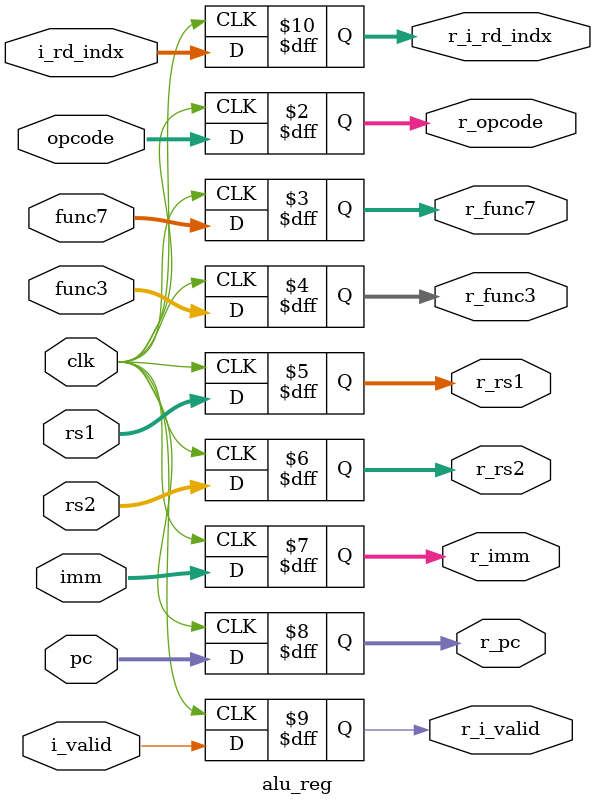
<source format=v>
module alu_reg (

input clk,

input [6:0] opcode,
input [6:0] func7,
input [2:0] func3,
input [63:0] rs1, //from reg_file
input [63:0] rs2, //from reg_file
input [19:0] imm,
input [63:0] pc,
input i_valid,

input [4:0] i_rd_indx, //added


output reg [6:0] r_opcode,
output reg [6:0] r_func7,
output reg [2:0] r_func3,
output reg [63:0] r_rs1, 
output reg [63:0] r_rs2, 
output reg [19:0] r_imm,
output reg [63:0] r_pc,
output reg r_i_valid,

output reg [4:0] r_i_rd_indx //added


);


always@(posedge clk)
begin

 r_opcode <= opcode;
 r_func7<=func7;
 r_func3<=func3;
 r_rs1<=rs1;
 r_rs2 <=rs2;
 r_imm<=imm;
 r_pc<=pc;
 r_i_valid<=i_valid;

 r_i_rd_indx<=i_rd_indx;

end



endmodule

</source>
